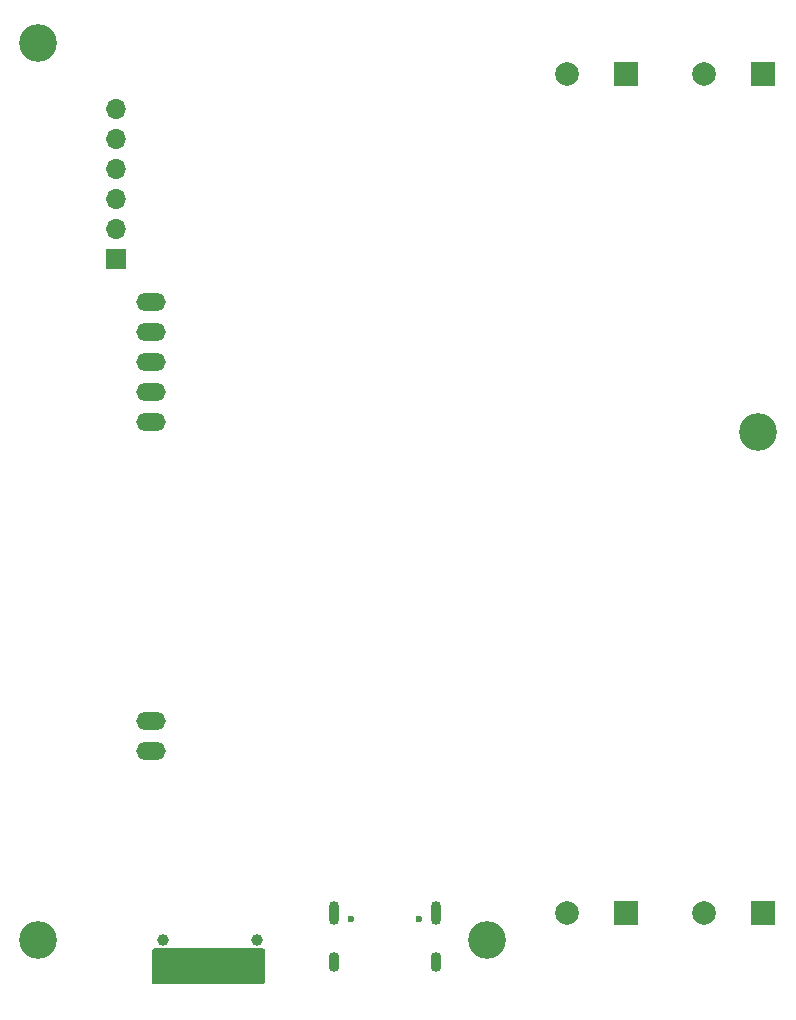
<source format=gbs>
%TF.GenerationSoftware,KiCad,Pcbnew,(6.0.11)*%
%TF.CreationDate,2023-03-05T15:16:25+01:00*%
%TF.ProjectId,OBSPro,4f425350-726f-42e6-9b69-6361645f7063,rev?*%
%TF.SameCoordinates,PX7270e00PY2255100*%
%TF.FileFunction,Soldermask,Bot*%
%TF.FilePolarity,Negative*%
%FSLAX46Y46*%
G04 Gerber Fmt 4.6, Leading zero omitted, Abs format (unit mm)*
G04 Created by KiCad (PCBNEW (6.0.11)) date 2023-03-05 15:16:25*
%MOMM*%
%LPD*%
G01*
G04 APERTURE LIST*
%ADD10C,3.200000*%
%ADD11R,1.700000X1.700000*%
%ADD12O,1.700000X1.700000*%
%ADD13C,0.600000*%
%ADD14O,0.900000X2.000000*%
%ADD15O,0.900000X1.700000*%
%ADD16O,2.500000X1.500000*%
%ADD17R,2.000000X2.000000*%
%ADD18C,2.000000*%
%ADD19C,1.000000*%
G04 APERTURE END LIST*
D10*
%TO.C,H3*%
X42000000Y-80000000D03*
%TD*%
D11*
%TO.C,J4*%
X10600000Y-22300000D03*
D12*
X10600000Y-19760000D03*
X10600000Y-17220000D03*
X10600000Y-14680000D03*
X10600000Y-12140000D03*
X10600000Y-9600000D03*
%TD*%
D13*
%TO.C,J1*%
X36290000Y-78197500D03*
X30510000Y-78197500D03*
D14*
X29075000Y-77697500D03*
D15*
X37725000Y-81877500D03*
D14*
X37725000Y-77697500D03*
D15*
X29075000Y-81877500D03*
%TD*%
D10*
%TO.C,H4*%
X65000000Y-37000000D03*
%TD*%
D16*
%TO.C,J2*%
X13600000Y-36100000D03*
X13600000Y-33560000D03*
X13600000Y-31020000D03*
X13600000Y-28480000D03*
X13600000Y-25940000D03*
%TD*%
D17*
%TO.C,LS1*%
X65400000Y-77700000D03*
D18*
X60400000Y-77700000D03*
%TD*%
D10*
%TO.C,H2*%
X4000000Y-4000000D03*
%TD*%
D16*
%TO.C,BT1*%
X13600000Y-63990000D03*
X13600000Y-61450000D03*
%TD*%
D17*
%TO.C,LS2*%
X65400000Y-6700000D03*
D18*
X60400000Y-6700000D03*
%TD*%
D10*
%TO.C,H1*%
X4000000Y-80000000D03*
%TD*%
D19*
%TO.C,J3*%
X22560000Y-79977491D03*
X14560000Y-79977491D03*
%TD*%
D17*
%TO.C,LS3*%
X53800000Y-77700000D03*
D18*
X48800000Y-77700000D03*
%TD*%
D17*
%TO.C,LS4*%
X53800000Y-6700000D03*
D18*
X48800000Y-6700000D03*
%TD*%
G36*
X23159191Y-80718907D02*
G01*
X23195155Y-80768407D01*
X23200000Y-80799000D01*
X23200000Y-83601000D01*
X23181093Y-83659191D01*
X23131593Y-83695155D01*
X23101000Y-83700000D01*
X13799000Y-83700000D01*
X13740809Y-83681093D01*
X13704845Y-83631593D01*
X13700000Y-83601000D01*
X13700000Y-80799000D01*
X13718907Y-80740809D01*
X13768407Y-80704845D01*
X13799000Y-80700000D01*
X23101000Y-80700000D01*
X23159191Y-80718907D01*
G37*
M02*

</source>
